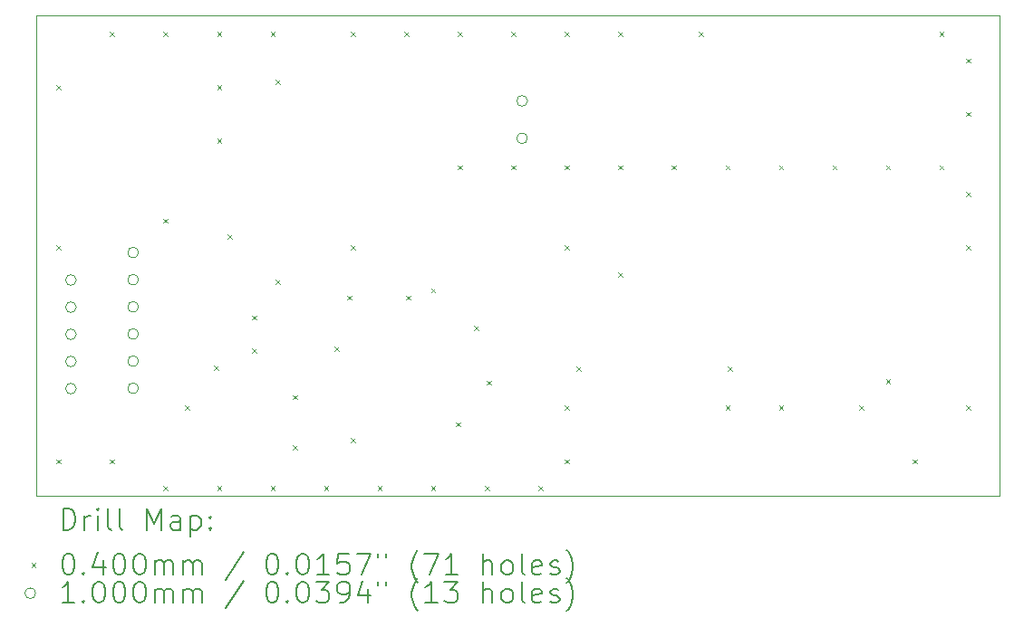
<source format=gbr>
%FSLAX45Y45*%
G04 Gerber Fmt 4.5, Leading zero omitted, Abs format (unit mm)*
G04 Created by KiCad (PCBNEW (6.0.0)) date 2022-06-07 13:13:02*
%MOMM*%
%LPD*%
G01*
G04 APERTURE LIST*
%TA.AperFunction,Profile*%
%ADD10C,0.100000*%
%TD*%
%ADD11C,0.200000*%
%ADD12C,0.040000*%
%ADD13C,0.100000*%
G04 APERTURE END LIST*
D10*
X10040000Y-6825000D02*
X10040000Y-11325000D01*
X10040000Y-11325000D02*
X19040000Y-11325000D01*
X19040000Y-6825000D02*
X10040000Y-6825000D01*
X19040000Y-11325000D02*
X19040000Y-6825000D01*
D11*
D12*
X10230000Y-7480000D02*
X10270000Y-7520000D01*
X10270000Y-7480000D02*
X10230000Y-7520000D01*
X10230000Y-8980000D02*
X10270000Y-9020000D01*
X10270000Y-8980000D02*
X10230000Y-9020000D01*
X10230000Y-10980000D02*
X10270000Y-11020000D01*
X10270000Y-10980000D02*
X10230000Y-11020000D01*
X10730000Y-6980000D02*
X10770000Y-7020000D01*
X10770000Y-6980000D02*
X10730000Y-7020000D01*
X10730000Y-10980000D02*
X10770000Y-11020000D01*
X10770000Y-10980000D02*
X10730000Y-11020000D01*
X11230000Y-6980000D02*
X11270000Y-7020000D01*
X11270000Y-6980000D02*
X11230000Y-7020000D01*
X11230000Y-8730000D02*
X11270000Y-8770000D01*
X11270000Y-8730000D02*
X11230000Y-8770000D01*
X11230000Y-11230000D02*
X11270000Y-11270000D01*
X11270000Y-11230000D02*
X11230000Y-11270000D01*
X11430000Y-10480000D02*
X11470000Y-10520000D01*
X11470000Y-10480000D02*
X11430000Y-10520000D01*
X11700000Y-10105000D02*
X11740000Y-10145000D01*
X11740000Y-10105000D02*
X11700000Y-10145000D01*
X11730000Y-6980000D02*
X11770000Y-7020000D01*
X11770000Y-6980000D02*
X11730000Y-7020000D01*
X11730000Y-7480000D02*
X11770000Y-7520000D01*
X11770000Y-7480000D02*
X11730000Y-7520000D01*
X11730000Y-7980000D02*
X11770000Y-8020000D01*
X11770000Y-7980000D02*
X11730000Y-8020000D01*
X11730000Y-11230000D02*
X11770000Y-11270000D01*
X11770000Y-11230000D02*
X11730000Y-11270000D01*
X11830000Y-8880000D02*
X11870000Y-8920000D01*
X11870000Y-8880000D02*
X11830000Y-8920000D01*
X12060000Y-9635000D02*
X12100000Y-9675000D01*
X12100000Y-9635000D02*
X12060000Y-9675000D01*
X12060000Y-9945000D02*
X12100000Y-9985000D01*
X12100000Y-9945000D02*
X12060000Y-9985000D01*
X12230000Y-6980000D02*
X12270000Y-7020000D01*
X12270000Y-6980000D02*
X12230000Y-7020000D01*
X12230000Y-11230000D02*
X12270000Y-11270000D01*
X12270000Y-11230000D02*
X12230000Y-11270000D01*
X12280000Y-7430000D02*
X12320000Y-7470000D01*
X12320000Y-7430000D02*
X12280000Y-7470000D01*
X12280000Y-9299375D02*
X12320000Y-9339375D01*
X12320000Y-9299375D02*
X12280000Y-9339375D01*
X12435000Y-10379375D02*
X12475000Y-10419375D01*
X12475000Y-10379375D02*
X12435000Y-10419375D01*
X12435000Y-10849375D02*
X12475000Y-10889375D01*
X12475000Y-10849375D02*
X12435000Y-10889375D01*
X12730000Y-11230000D02*
X12770000Y-11270000D01*
X12770000Y-11230000D02*
X12730000Y-11270000D01*
X12830000Y-9930000D02*
X12870000Y-9970000D01*
X12870000Y-9930000D02*
X12830000Y-9970000D01*
X12947768Y-9449375D02*
X12987768Y-9489375D01*
X12987768Y-9449375D02*
X12947768Y-9489375D01*
X12980000Y-6980000D02*
X13020000Y-7020000D01*
X13020000Y-6980000D02*
X12980000Y-7020000D01*
X12980000Y-8980000D02*
X13020000Y-9020000D01*
X13020000Y-8980000D02*
X12980000Y-9020000D01*
X12980000Y-10780000D02*
X13020000Y-10820000D01*
X13020000Y-10780000D02*
X12980000Y-10820000D01*
X13230000Y-11230000D02*
X13270000Y-11270000D01*
X13270000Y-11230000D02*
X13230000Y-11270000D01*
X13480000Y-6980000D02*
X13520000Y-7020000D01*
X13520000Y-6980000D02*
X13480000Y-7020000D01*
X13498585Y-9448558D02*
X13538585Y-9488558D01*
X13538585Y-9448558D02*
X13498585Y-9488558D01*
X13730000Y-9380000D02*
X13770000Y-9420000D01*
X13770000Y-9380000D02*
X13730000Y-9420000D01*
X13730000Y-11230000D02*
X13770000Y-11270000D01*
X13770000Y-11230000D02*
X13730000Y-11270000D01*
X13960000Y-10635000D02*
X14000000Y-10675000D01*
X14000000Y-10635000D02*
X13960000Y-10675000D01*
X13980000Y-6980000D02*
X14020000Y-7020000D01*
X14020000Y-6980000D02*
X13980000Y-7020000D01*
X13980000Y-8230000D02*
X14020000Y-8270000D01*
X14020000Y-8230000D02*
X13980000Y-8270000D01*
X14130000Y-9730000D02*
X14170000Y-9770000D01*
X14170000Y-9730000D02*
X14130000Y-9770000D01*
X14230000Y-11230000D02*
X14270000Y-11270000D01*
X14270000Y-11230000D02*
X14230000Y-11270000D01*
X14250000Y-10245000D02*
X14290000Y-10285000D01*
X14290000Y-10245000D02*
X14250000Y-10285000D01*
X14480000Y-6980000D02*
X14520000Y-7020000D01*
X14520000Y-6980000D02*
X14480000Y-7020000D01*
X14480000Y-8230000D02*
X14520000Y-8270000D01*
X14520000Y-8230000D02*
X14480000Y-8270000D01*
X14730000Y-11230000D02*
X14770000Y-11270000D01*
X14770000Y-11230000D02*
X14730000Y-11270000D01*
X14980000Y-6980000D02*
X15020000Y-7020000D01*
X15020000Y-6980000D02*
X14980000Y-7020000D01*
X14980000Y-8230000D02*
X15020000Y-8270000D01*
X15020000Y-8230000D02*
X14980000Y-8270000D01*
X14980000Y-8980000D02*
X15020000Y-9020000D01*
X15020000Y-8980000D02*
X14980000Y-9020000D01*
X14980000Y-10480000D02*
X15020000Y-10520000D01*
X15020000Y-10480000D02*
X14980000Y-10520000D01*
X14980000Y-10980000D02*
X15020000Y-11020000D01*
X15020000Y-10980000D02*
X14980000Y-11020000D01*
X15090000Y-10115000D02*
X15130000Y-10155000D01*
X15130000Y-10115000D02*
X15090000Y-10155000D01*
X15480000Y-6980000D02*
X15520000Y-7020000D01*
X15520000Y-6980000D02*
X15480000Y-7020000D01*
X15480000Y-8230000D02*
X15520000Y-8270000D01*
X15520000Y-8230000D02*
X15480000Y-8270000D01*
X15480000Y-9230000D02*
X15520000Y-9270000D01*
X15520000Y-9230000D02*
X15480000Y-9270000D01*
X15980000Y-8230000D02*
X16020000Y-8270000D01*
X16020000Y-8230000D02*
X15980000Y-8270000D01*
X16230000Y-6980000D02*
X16270000Y-7020000D01*
X16270000Y-6980000D02*
X16230000Y-7020000D01*
X16480000Y-8230000D02*
X16520000Y-8270000D01*
X16520000Y-8230000D02*
X16480000Y-8270000D01*
X16480000Y-10480000D02*
X16520000Y-10520000D01*
X16520000Y-10480000D02*
X16480000Y-10520000D01*
X16500000Y-10115000D02*
X16540000Y-10155000D01*
X16540000Y-10115000D02*
X16500000Y-10155000D01*
X16980000Y-8230000D02*
X17020000Y-8270000D01*
X17020000Y-8230000D02*
X16980000Y-8270000D01*
X16980000Y-10480000D02*
X17020000Y-10520000D01*
X17020000Y-10480000D02*
X16980000Y-10520000D01*
X17480000Y-8230000D02*
X17520000Y-8270000D01*
X17520000Y-8230000D02*
X17480000Y-8270000D01*
X17730000Y-10480000D02*
X17770000Y-10520000D01*
X17770000Y-10480000D02*
X17730000Y-10520000D01*
X17980000Y-8230000D02*
X18020000Y-8270000D01*
X18020000Y-8230000D02*
X17980000Y-8270000D01*
X17980000Y-10230000D02*
X18020000Y-10270000D01*
X18020000Y-10230000D02*
X17980000Y-10270000D01*
X18230000Y-10980000D02*
X18270000Y-11020000D01*
X18270000Y-10980000D02*
X18230000Y-11020000D01*
X18480000Y-6980000D02*
X18520000Y-7020000D01*
X18520000Y-6980000D02*
X18480000Y-7020000D01*
X18480000Y-8230000D02*
X18520000Y-8270000D01*
X18520000Y-8230000D02*
X18480000Y-8270000D01*
X18730000Y-7230000D02*
X18770000Y-7270000D01*
X18770000Y-7230000D02*
X18730000Y-7270000D01*
X18730000Y-7730000D02*
X18770000Y-7770000D01*
X18770000Y-7730000D02*
X18730000Y-7770000D01*
X18730000Y-8480000D02*
X18770000Y-8520000D01*
X18770000Y-8480000D02*
X18730000Y-8520000D01*
X18730000Y-8980000D02*
X18770000Y-9020000D01*
X18770000Y-8980000D02*
X18730000Y-9020000D01*
X18730000Y-10480000D02*
X18770000Y-10520000D01*
X18770000Y-10480000D02*
X18730000Y-10520000D01*
D13*
X10415000Y-9303375D02*
G75*
G03*
X10415000Y-9303375I-50000J0D01*
G01*
X10415000Y-9557375D02*
G75*
G03*
X10415000Y-9557375I-50000J0D01*
G01*
X10415000Y-9811375D02*
G75*
G03*
X10415000Y-9811375I-50000J0D01*
G01*
X10415000Y-10065375D02*
G75*
G03*
X10415000Y-10065375I-50000J0D01*
G01*
X10415000Y-10319375D02*
G75*
G03*
X10415000Y-10319375I-50000J0D01*
G01*
X10995000Y-9046875D02*
G75*
G03*
X10995000Y-9046875I-50000J0D01*
G01*
X10995000Y-9300875D02*
G75*
G03*
X10995000Y-9300875I-50000J0D01*
G01*
X10995000Y-9554875D02*
G75*
G03*
X10995000Y-9554875I-50000J0D01*
G01*
X10995000Y-9808875D02*
G75*
G03*
X10995000Y-9808875I-50000J0D01*
G01*
X10995000Y-10062875D02*
G75*
G03*
X10995000Y-10062875I-50000J0D01*
G01*
X10995000Y-10316875D02*
G75*
G03*
X10995000Y-10316875I-50000J0D01*
G01*
X14630000Y-7626768D02*
G75*
G03*
X14630000Y-7626768I-50000J0D01*
G01*
X14630000Y-7976768D02*
G75*
G03*
X14630000Y-7976768I-50000J0D01*
G01*
D11*
X10292619Y-11640476D02*
X10292619Y-11440476D01*
X10340238Y-11440476D01*
X10368810Y-11450000D01*
X10387857Y-11469048D01*
X10397381Y-11488095D01*
X10406905Y-11526190D01*
X10406905Y-11554762D01*
X10397381Y-11592857D01*
X10387857Y-11611905D01*
X10368810Y-11630952D01*
X10340238Y-11640476D01*
X10292619Y-11640476D01*
X10492619Y-11640476D02*
X10492619Y-11507143D01*
X10492619Y-11545238D02*
X10502143Y-11526190D01*
X10511667Y-11516667D01*
X10530714Y-11507143D01*
X10549762Y-11507143D01*
X10616429Y-11640476D02*
X10616429Y-11507143D01*
X10616429Y-11440476D02*
X10606905Y-11450000D01*
X10616429Y-11459524D01*
X10625952Y-11450000D01*
X10616429Y-11440476D01*
X10616429Y-11459524D01*
X10740238Y-11640476D02*
X10721190Y-11630952D01*
X10711667Y-11611905D01*
X10711667Y-11440476D01*
X10845000Y-11640476D02*
X10825952Y-11630952D01*
X10816429Y-11611905D01*
X10816429Y-11440476D01*
X11073571Y-11640476D02*
X11073571Y-11440476D01*
X11140238Y-11583333D01*
X11206905Y-11440476D01*
X11206905Y-11640476D01*
X11387857Y-11640476D02*
X11387857Y-11535714D01*
X11378333Y-11516667D01*
X11359286Y-11507143D01*
X11321190Y-11507143D01*
X11302143Y-11516667D01*
X11387857Y-11630952D02*
X11368809Y-11640476D01*
X11321190Y-11640476D01*
X11302143Y-11630952D01*
X11292619Y-11611905D01*
X11292619Y-11592857D01*
X11302143Y-11573809D01*
X11321190Y-11564286D01*
X11368809Y-11564286D01*
X11387857Y-11554762D01*
X11483095Y-11507143D02*
X11483095Y-11707143D01*
X11483095Y-11516667D02*
X11502143Y-11507143D01*
X11540238Y-11507143D01*
X11559286Y-11516667D01*
X11568809Y-11526190D01*
X11578333Y-11545238D01*
X11578333Y-11602381D01*
X11568809Y-11621428D01*
X11559286Y-11630952D01*
X11540238Y-11640476D01*
X11502143Y-11640476D01*
X11483095Y-11630952D01*
X11664048Y-11621428D02*
X11673571Y-11630952D01*
X11664048Y-11640476D01*
X11654524Y-11630952D01*
X11664048Y-11621428D01*
X11664048Y-11640476D01*
X11664048Y-11516667D02*
X11673571Y-11526190D01*
X11664048Y-11535714D01*
X11654524Y-11526190D01*
X11664048Y-11516667D01*
X11664048Y-11535714D01*
D12*
X9995000Y-11950000D02*
X10035000Y-11990000D01*
X10035000Y-11950000D02*
X9995000Y-11990000D01*
D11*
X10330714Y-11860476D02*
X10349762Y-11860476D01*
X10368810Y-11870000D01*
X10378333Y-11879524D01*
X10387857Y-11898571D01*
X10397381Y-11936667D01*
X10397381Y-11984286D01*
X10387857Y-12022381D01*
X10378333Y-12041428D01*
X10368810Y-12050952D01*
X10349762Y-12060476D01*
X10330714Y-12060476D01*
X10311667Y-12050952D01*
X10302143Y-12041428D01*
X10292619Y-12022381D01*
X10283095Y-11984286D01*
X10283095Y-11936667D01*
X10292619Y-11898571D01*
X10302143Y-11879524D01*
X10311667Y-11870000D01*
X10330714Y-11860476D01*
X10483095Y-12041428D02*
X10492619Y-12050952D01*
X10483095Y-12060476D01*
X10473571Y-12050952D01*
X10483095Y-12041428D01*
X10483095Y-12060476D01*
X10664048Y-11927143D02*
X10664048Y-12060476D01*
X10616429Y-11850952D02*
X10568810Y-11993809D01*
X10692619Y-11993809D01*
X10806905Y-11860476D02*
X10825952Y-11860476D01*
X10845000Y-11870000D01*
X10854524Y-11879524D01*
X10864048Y-11898571D01*
X10873571Y-11936667D01*
X10873571Y-11984286D01*
X10864048Y-12022381D01*
X10854524Y-12041428D01*
X10845000Y-12050952D01*
X10825952Y-12060476D01*
X10806905Y-12060476D01*
X10787857Y-12050952D01*
X10778333Y-12041428D01*
X10768810Y-12022381D01*
X10759286Y-11984286D01*
X10759286Y-11936667D01*
X10768810Y-11898571D01*
X10778333Y-11879524D01*
X10787857Y-11870000D01*
X10806905Y-11860476D01*
X10997381Y-11860476D02*
X11016429Y-11860476D01*
X11035476Y-11870000D01*
X11045000Y-11879524D01*
X11054524Y-11898571D01*
X11064048Y-11936667D01*
X11064048Y-11984286D01*
X11054524Y-12022381D01*
X11045000Y-12041428D01*
X11035476Y-12050952D01*
X11016429Y-12060476D01*
X10997381Y-12060476D01*
X10978333Y-12050952D01*
X10968810Y-12041428D01*
X10959286Y-12022381D01*
X10949762Y-11984286D01*
X10949762Y-11936667D01*
X10959286Y-11898571D01*
X10968810Y-11879524D01*
X10978333Y-11870000D01*
X10997381Y-11860476D01*
X11149762Y-12060476D02*
X11149762Y-11927143D01*
X11149762Y-11946190D02*
X11159286Y-11936667D01*
X11178333Y-11927143D01*
X11206905Y-11927143D01*
X11225952Y-11936667D01*
X11235476Y-11955714D01*
X11235476Y-12060476D01*
X11235476Y-11955714D02*
X11245000Y-11936667D01*
X11264048Y-11927143D01*
X11292619Y-11927143D01*
X11311667Y-11936667D01*
X11321190Y-11955714D01*
X11321190Y-12060476D01*
X11416428Y-12060476D02*
X11416428Y-11927143D01*
X11416428Y-11946190D02*
X11425952Y-11936667D01*
X11445000Y-11927143D01*
X11473571Y-11927143D01*
X11492619Y-11936667D01*
X11502143Y-11955714D01*
X11502143Y-12060476D01*
X11502143Y-11955714D02*
X11511667Y-11936667D01*
X11530714Y-11927143D01*
X11559286Y-11927143D01*
X11578333Y-11936667D01*
X11587857Y-11955714D01*
X11587857Y-12060476D01*
X11978333Y-11850952D02*
X11806905Y-12108095D01*
X12235476Y-11860476D02*
X12254524Y-11860476D01*
X12273571Y-11870000D01*
X12283095Y-11879524D01*
X12292619Y-11898571D01*
X12302143Y-11936667D01*
X12302143Y-11984286D01*
X12292619Y-12022381D01*
X12283095Y-12041428D01*
X12273571Y-12050952D01*
X12254524Y-12060476D01*
X12235476Y-12060476D01*
X12216428Y-12050952D01*
X12206905Y-12041428D01*
X12197381Y-12022381D01*
X12187857Y-11984286D01*
X12187857Y-11936667D01*
X12197381Y-11898571D01*
X12206905Y-11879524D01*
X12216428Y-11870000D01*
X12235476Y-11860476D01*
X12387857Y-12041428D02*
X12397381Y-12050952D01*
X12387857Y-12060476D01*
X12378333Y-12050952D01*
X12387857Y-12041428D01*
X12387857Y-12060476D01*
X12521190Y-11860476D02*
X12540238Y-11860476D01*
X12559286Y-11870000D01*
X12568809Y-11879524D01*
X12578333Y-11898571D01*
X12587857Y-11936667D01*
X12587857Y-11984286D01*
X12578333Y-12022381D01*
X12568809Y-12041428D01*
X12559286Y-12050952D01*
X12540238Y-12060476D01*
X12521190Y-12060476D01*
X12502143Y-12050952D01*
X12492619Y-12041428D01*
X12483095Y-12022381D01*
X12473571Y-11984286D01*
X12473571Y-11936667D01*
X12483095Y-11898571D01*
X12492619Y-11879524D01*
X12502143Y-11870000D01*
X12521190Y-11860476D01*
X12778333Y-12060476D02*
X12664048Y-12060476D01*
X12721190Y-12060476D02*
X12721190Y-11860476D01*
X12702143Y-11889048D01*
X12683095Y-11908095D01*
X12664048Y-11917619D01*
X12959286Y-11860476D02*
X12864048Y-11860476D01*
X12854524Y-11955714D01*
X12864048Y-11946190D01*
X12883095Y-11936667D01*
X12930714Y-11936667D01*
X12949762Y-11946190D01*
X12959286Y-11955714D01*
X12968809Y-11974762D01*
X12968809Y-12022381D01*
X12959286Y-12041428D01*
X12949762Y-12050952D01*
X12930714Y-12060476D01*
X12883095Y-12060476D01*
X12864048Y-12050952D01*
X12854524Y-12041428D01*
X13035476Y-11860476D02*
X13168809Y-11860476D01*
X13083095Y-12060476D01*
X13235476Y-11860476D02*
X13235476Y-11898571D01*
X13311667Y-11860476D02*
X13311667Y-11898571D01*
X13606905Y-12136667D02*
X13597381Y-12127143D01*
X13578333Y-12098571D01*
X13568809Y-12079524D01*
X13559286Y-12050952D01*
X13549762Y-12003333D01*
X13549762Y-11965238D01*
X13559286Y-11917619D01*
X13568809Y-11889048D01*
X13578333Y-11870000D01*
X13597381Y-11841428D01*
X13606905Y-11831905D01*
X13664048Y-11860476D02*
X13797381Y-11860476D01*
X13711667Y-12060476D01*
X13978333Y-12060476D02*
X13864048Y-12060476D01*
X13921190Y-12060476D02*
X13921190Y-11860476D01*
X13902143Y-11889048D01*
X13883095Y-11908095D01*
X13864048Y-11917619D01*
X14216428Y-12060476D02*
X14216428Y-11860476D01*
X14302143Y-12060476D02*
X14302143Y-11955714D01*
X14292619Y-11936667D01*
X14273571Y-11927143D01*
X14245000Y-11927143D01*
X14225952Y-11936667D01*
X14216428Y-11946190D01*
X14425952Y-12060476D02*
X14406905Y-12050952D01*
X14397381Y-12041428D01*
X14387857Y-12022381D01*
X14387857Y-11965238D01*
X14397381Y-11946190D01*
X14406905Y-11936667D01*
X14425952Y-11927143D01*
X14454524Y-11927143D01*
X14473571Y-11936667D01*
X14483095Y-11946190D01*
X14492619Y-11965238D01*
X14492619Y-12022381D01*
X14483095Y-12041428D01*
X14473571Y-12050952D01*
X14454524Y-12060476D01*
X14425952Y-12060476D01*
X14606905Y-12060476D02*
X14587857Y-12050952D01*
X14578333Y-12031905D01*
X14578333Y-11860476D01*
X14759286Y-12050952D02*
X14740238Y-12060476D01*
X14702143Y-12060476D01*
X14683095Y-12050952D01*
X14673571Y-12031905D01*
X14673571Y-11955714D01*
X14683095Y-11936667D01*
X14702143Y-11927143D01*
X14740238Y-11927143D01*
X14759286Y-11936667D01*
X14768809Y-11955714D01*
X14768809Y-11974762D01*
X14673571Y-11993809D01*
X14845000Y-12050952D02*
X14864048Y-12060476D01*
X14902143Y-12060476D01*
X14921190Y-12050952D01*
X14930714Y-12031905D01*
X14930714Y-12022381D01*
X14921190Y-12003333D01*
X14902143Y-11993809D01*
X14873571Y-11993809D01*
X14854524Y-11984286D01*
X14845000Y-11965238D01*
X14845000Y-11955714D01*
X14854524Y-11936667D01*
X14873571Y-11927143D01*
X14902143Y-11927143D01*
X14921190Y-11936667D01*
X14997381Y-12136667D02*
X15006905Y-12127143D01*
X15025952Y-12098571D01*
X15035476Y-12079524D01*
X15045000Y-12050952D01*
X15054524Y-12003333D01*
X15054524Y-11965238D01*
X15045000Y-11917619D01*
X15035476Y-11889048D01*
X15025952Y-11870000D01*
X15006905Y-11841428D01*
X14997381Y-11831905D01*
D13*
X10035000Y-12234000D02*
G75*
G03*
X10035000Y-12234000I-50000J0D01*
G01*
D11*
X10397381Y-12324476D02*
X10283095Y-12324476D01*
X10340238Y-12324476D02*
X10340238Y-12124476D01*
X10321190Y-12153048D01*
X10302143Y-12172095D01*
X10283095Y-12181619D01*
X10483095Y-12305428D02*
X10492619Y-12314952D01*
X10483095Y-12324476D01*
X10473571Y-12314952D01*
X10483095Y-12305428D01*
X10483095Y-12324476D01*
X10616429Y-12124476D02*
X10635476Y-12124476D01*
X10654524Y-12134000D01*
X10664048Y-12143524D01*
X10673571Y-12162571D01*
X10683095Y-12200667D01*
X10683095Y-12248286D01*
X10673571Y-12286381D01*
X10664048Y-12305428D01*
X10654524Y-12314952D01*
X10635476Y-12324476D01*
X10616429Y-12324476D01*
X10597381Y-12314952D01*
X10587857Y-12305428D01*
X10578333Y-12286381D01*
X10568810Y-12248286D01*
X10568810Y-12200667D01*
X10578333Y-12162571D01*
X10587857Y-12143524D01*
X10597381Y-12134000D01*
X10616429Y-12124476D01*
X10806905Y-12124476D02*
X10825952Y-12124476D01*
X10845000Y-12134000D01*
X10854524Y-12143524D01*
X10864048Y-12162571D01*
X10873571Y-12200667D01*
X10873571Y-12248286D01*
X10864048Y-12286381D01*
X10854524Y-12305428D01*
X10845000Y-12314952D01*
X10825952Y-12324476D01*
X10806905Y-12324476D01*
X10787857Y-12314952D01*
X10778333Y-12305428D01*
X10768810Y-12286381D01*
X10759286Y-12248286D01*
X10759286Y-12200667D01*
X10768810Y-12162571D01*
X10778333Y-12143524D01*
X10787857Y-12134000D01*
X10806905Y-12124476D01*
X10997381Y-12124476D02*
X11016429Y-12124476D01*
X11035476Y-12134000D01*
X11045000Y-12143524D01*
X11054524Y-12162571D01*
X11064048Y-12200667D01*
X11064048Y-12248286D01*
X11054524Y-12286381D01*
X11045000Y-12305428D01*
X11035476Y-12314952D01*
X11016429Y-12324476D01*
X10997381Y-12324476D01*
X10978333Y-12314952D01*
X10968810Y-12305428D01*
X10959286Y-12286381D01*
X10949762Y-12248286D01*
X10949762Y-12200667D01*
X10959286Y-12162571D01*
X10968810Y-12143524D01*
X10978333Y-12134000D01*
X10997381Y-12124476D01*
X11149762Y-12324476D02*
X11149762Y-12191143D01*
X11149762Y-12210190D02*
X11159286Y-12200667D01*
X11178333Y-12191143D01*
X11206905Y-12191143D01*
X11225952Y-12200667D01*
X11235476Y-12219714D01*
X11235476Y-12324476D01*
X11235476Y-12219714D02*
X11245000Y-12200667D01*
X11264048Y-12191143D01*
X11292619Y-12191143D01*
X11311667Y-12200667D01*
X11321190Y-12219714D01*
X11321190Y-12324476D01*
X11416428Y-12324476D02*
X11416428Y-12191143D01*
X11416428Y-12210190D02*
X11425952Y-12200667D01*
X11445000Y-12191143D01*
X11473571Y-12191143D01*
X11492619Y-12200667D01*
X11502143Y-12219714D01*
X11502143Y-12324476D01*
X11502143Y-12219714D02*
X11511667Y-12200667D01*
X11530714Y-12191143D01*
X11559286Y-12191143D01*
X11578333Y-12200667D01*
X11587857Y-12219714D01*
X11587857Y-12324476D01*
X11978333Y-12114952D02*
X11806905Y-12372095D01*
X12235476Y-12124476D02*
X12254524Y-12124476D01*
X12273571Y-12134000D01*
X12283095Y-12143524D01*
X12292619Y-12162571D01*
X12302143Y-12200667D01*
X12302143Y-12248286D01*
X12292619Y-12286381D01*
X12283095Y-12305428D01*
X12273571Y-12314952D01*
X12254524Y-12324476D01*
X12235476Y-12324476D01*
X12216428Y-12314952D01*
X12206905Y-12305428D01*
X12197381Y-12286381D01*
X12187857Y-12248286D01*
X12187857Y-12200667D01*
X12197381Y-12162571D01*
X12206905Y-12143524D01*
X12216428Y-12134000D01*
X12235476Y-12124476D01*
X12387857Y-12305428D02*
X12397381Y-12314952D01*
X12387857Y-12324476D01*
X12378333Y-12314952D01*
X12387857Y-12305428D01*
X12387857Y-12324476D01*
X12521190Y-12124476D02*
X12540238Y-12124476D01*
X12559286Y-12134000D01*
X12568809Y-12143524D01*
X12578333Y-12162571D01*
X12587857Y-12200667D01*
X12587857Y-12248286D01*
X12578333Y-12286381D01*
X12568809Y-12305428D01*
X12559286Y-12314952D01*
X12540238Y-12324476D01*
X12521190Y-12324476D01*
X12502143Y-12314952D01*
X12492619Y-12305428D01*
X12483095Y-12286381D01*
X12473571Y-12248286D01*
X12473571Y-12200667D01*
X12483095Y-12162571D01*
X12492619Y-12143524D01*
X12502143Y-12134000D01*
X12521190Y-12124476D01*
X12654524Y-12124476D02*
X12778333Y-12124476D01*
X12711667Y-12200667D01*
X12740238Y-12200667D01*
X12759286Y-12210190D01*
X12768809Y-12219714D01*
X12778333Y-12238762D01*
X12778333Y-12286381D01*
X12768809Y-12305428D01*
X12759286Y-12314952D01*
X12740238Y-12324476D01*
X12683095Y-12324476D01*
X12664048Y-12314952D01*
X12654524Y-12305428D01*
X12873571Y-12324476D02*
X12911667Y-12324476D01*
X12930714Y-12314952D01*
X12940238Y-12305428D01*
X12959286Y-12276857D01*
X12968809Y-12238762D01*
X12968809Y-12162571D01*
X12959286Y-12143524D01*
X12949762Y-12134000D01*
X12930714Y-12124476D01*
X12892619Y-12124476D01*
X12873571Y-12134000D01*
X12864048Y-12143524D01*
X12854524Y-12162571D01*
X12854524Y-12210190D01*
X12864048Y-12229238D01*
X12873571Y-12238762D01*
X12892619Y-12248286D01*
X12930714Y-12248286D01*
X12949762Y-12238762D01*
X12959286Y-12229238D01*
X12968809Y-12210190D01*
X13140238Y-12191143D02*
X13140238Y-12324476D01*
X13092619Y-12114952D02*
X13045000Y-12257809D01*
X13168809Y-12257809D01*
X13235476Y-12124476D02*
X13235476Y-12162571D01*
X13311667Y-12124476D02*
X13311667Y-12162571D01*
X13606905Y-12400667D02*
X13597381Y-12391143D01*
X13578333Y-12362571D01*
X13568809Y-12343524D01*
X13559286Y-12314952D01*
X13549762Y-12267333D01*
X13549762Y-12229238D01*
X13559286Y-12181619D01*
X13568809Y-12153048D01*
X13578333Y-12134000D01*
X13597381Y-12105428D01*
X13606905Y-12095905D01*
X13787857Y-12324476D02*
X13673571Y-12324476D01*
X13730714Y-12324476D02*
X13730714Y-12124476D01*
X13711667Y-12153048D01*
X13692619Y-12172095D01*
X13673571Y-12181619D01*
X13854524Y-12124476D02*
X13978333Y-12124476D01*
X13911667Y-12200667D01*
X13940238Y-12200667D01*
X13959286Y-12210190D01*
X13968809Y-12219714D01*
X13978333Y-12238762D01*
X13978333Y-12286381D01*
X13968809Y-12305428D01*
X13959286Y-12314952D01*
X13940238Y-12324476D01*
X13883095Y-12324476D01*
X13864048Y-12314952D01*
X13854524Y-12305428D01*
X14216428Y-12324476D02*
X14216428Y-12124476D01*
X14302143Y-12324476D02*
X14302143Y-12219714D01*
X14292619Y-12200667D01*
X14273571Y-12191143D01*
X14245000Y-12191143D01*
X14225952Y-12200667D01*
X14216428Y-12210190D01*
X14425952Y-12324476D02*
X14406905Y-12314952D01*
X14397381Y-12305428D01*
X14387857Y-12286381D01*
X14387857Y-12229238D01*
X14397381Y-12210190D01*
X14406905Y-12200667D01*
X14425952Y-12191143D01*
X14454524Y-12191143D01*
X14473571Y-12200667D01*
X14483095Y-12210190D01*
X14492619Y-12229238D01*
X14492619Y-12286381D01*
X14483095Y-12305428D01*
X14473571Y-12314952D01*
X14454524Y-12324476D01*
X14425952Y-12324476D01*
X14606905Y-12324476D02*
X14587857Y-12314952D01*
X14578333Y-12295905D01*
X14578333Y-12124476D01*
X14759286Y-12314952D02*
X14740238Y-12324476D01*
X14702143Y-12324476D01*
X14683095Y-12314952D01*
X14673571Y-12295905D01*
X14673571Y-12219714D01*
X14683095Y-12200667D01*
X14702143Y-12191143D01*
X14740238Y-12191143D01*
X14759286Y-12200667D01*
X14768809Y-12219714D01*
X14768809Y-12238762D01*
X14673571Y-12257809D01*
X14845000Y-12314952D02*
X14864048Y-12324476D01*
X14902143Y-12324476D01*
X14921190Y-12314952D01*
X14930714Y-12295905D01*
X14930714Y-12286381D01*
X14921190Y-12267333D01*
X14902143Y-12257809D01*
X14873571Y-12257809D01*
X14854524Y-12248286D01*
X14845000Y-12229238D01*
X14845000Y-12219714D01*
X14854524Y-12200667D01*
X14873571Y-12191143D01*
X14902143Y-12191143D01*
X14921190Y-12200667D01*
X14997381Y-12400667D02*
X15006905Y-12391143D01*
X15025952Y-12362571D01*
X15035476Y-12343524D01*
X15045000Y-12314952D01*
X15054524Y-12267333D01*
X15054524Y-12229238D01*
X15045000Y-12181619D01*
X15035476Y-12153048D01*
X15025952Y-12134000D01*
X15006905Y-12105428D01*
X14997381Y-12095905D01*
M02*

</source>
